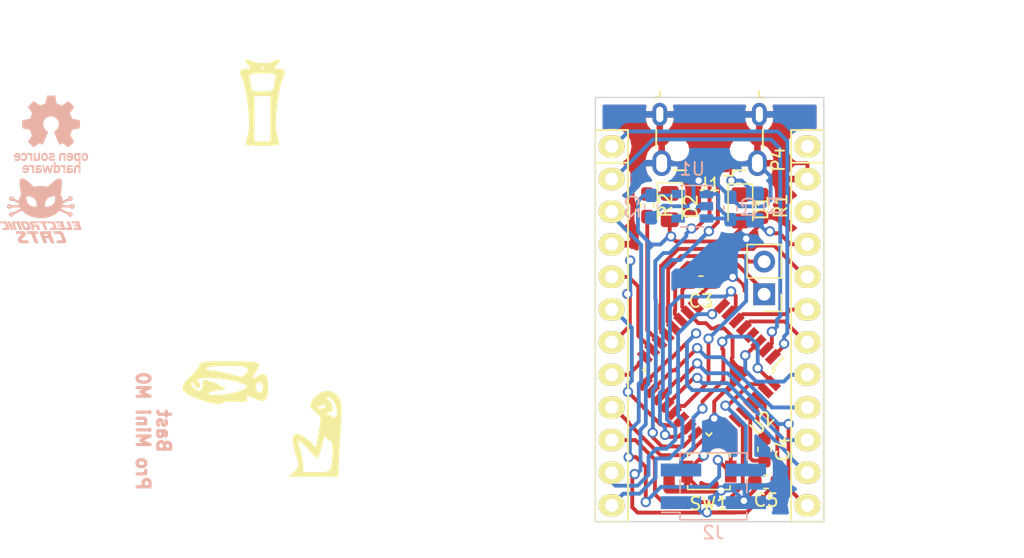
<source format=kicad_pcb>
(kicad_pcb (version 20171130) (host pcbnew "(5.0.0)")
  (title_block (date "sam. 04 avril 2015"))
  (layers (0 F.Cu signal) (31 B.Cu signal) (34 B.Paste user hide) (35 F.Paste user) (36 B.SilkS user) (37 F.SilkS user) (38 B.Mask user) (39 F.Mask user) (44 Edge.Cuts user))
  (net 0 "")
  (net 1 "/1(Tx)")
  (net 2 "/0(Rx)")
  (net 3 /Reset)
  (net 4 GND)
  (net 5 /2)
  (net 6 "/3(**)")
  (net 7 /4)
  (net 8 "/5(**)")
  (net 9 "/6(**)")
  (net 10 /7)
  (net 11 /8)
  (net 12 "/9(**)")
  (net 13 VCC)
  (net 14 /RAW)
  (net 15 /A3)
  (net 16 /A2)
  (net 17 /A1)
  (net 18 /A0)
  (net 19 "/13(SCK)")
  (net 20 "/12(MISO)")
  (net 21 "/11(**/MOSI)")
  (net 22 "/10(**/SS)")
  (net 23 +3V3)
  (net 24 "Net-(C3-Pad1)")
  (net 25 "Net-(C4-Pad1)")
  (net 26 "Net-(D1-Pad1)")
  (net 27 "Net-(D2-Pad1)")
  (net 28 "Net-(F1-Pad2)")
  (net 29 "Net-(J1-Pad4)")
  (net 30 /SWDIO)
  (net 31 /SWCLK)
  (net 32 /SDA)
  (net 33 /SCL)
  (net 34 /RESET)
  (net 35 /D-)
  (net 36 /D+)
  (net 37 /LED)
  (net 38 "Net-(U2-Pad4)")
  (module LOGO (layer F.Cu) (at 108.35 103.4)
    (fp_text reference G*** hide)
    (fp_text value LOGO hide)
  )
  (module LOGO (layer F.Cu) (at 111.25 81.7)
    (fp_text reference G*** hide)
    (fp_text value LOGO hide)
  )
  (module LOGO (layer F.Cu) (at 115.3 107.45)
    (fp_text reference G*** hide)
    (fp_text value LOGO hide)
  )
  (module Socket_Arduino_Pro_Mini:Socket_Strip_Arduino_1x12 (layer F.Cu) (at 138.43 85.09 270)
    (fp_text reference P1 hide)
    (fp_text value Digital)
    (pad 1 thru_hole oval (at 0 0 270) (size 1.7272 2.032) (drill 1.016) (layers *.Cu *.Mask F.SilkS) (net 1 "/1(Tx)"))
    (pad 2 thru_hole oval (at 2.54 0 270) (size 1.7272 2.032) (drill 1.016) (layers *.Cu *.Mask F.SilkS) (net 2 "/0(Rx)"))
    (pad 3 thru_hole oval (at 5.08 0 270) (size 1.7272 2.032) (drill 1.016) (layers *.Cu *.Mask F.SilkS) (net 34 /RESET))
    (pad 4 thru_hole oval (at 7.62 0 270) (size 1.7272 2.032) (drill 1.016) (layers *.Cu *.Mask F.SilkS) (net 4 GND))
    (pad 5 thru_hole oval (at 10.16 0 270) (size 1.7272 2.032) (drill 1.016) (layers *.Cu *.Mask F.SilkS) (net 5 /2))
    (pad 6 thru_hole oval (at 12.7 0 270) (size 1.7272 2.032) (drill 1.016) (layers *.Cu *.Mask F.SilkS) (net 6 "/3(**)"))
    (pad 7 thru_hole oval (at 15.24 0 270) (size 1.7272 2.032) (drill 1.016) (layers *.Cu *.Mask F.SilkS) (net 7 /4))
    (pad 8 thru_hole oval (at 17.78 0 270) (size 1.7272 2.032) (drill 1.016) (layers *.Cu *.Mask F.SilkS) (net 8 "/5(**)"))
    (pad 9 thru_hole oval (at 20.32 0 270) (size 1.7272 2.032) (drill 1.016) (layers *.Cu *.Mask F.SilkS) (net 9 "/6(**)"))
    (pad 10 thru_hole oval (at 22.86 0 270) (size 1.7272 2.032) (drill 1.016) (layers *.Cu *.Mask F.SilkS) (net 10 /7))
    (pad 11 thru_hole oval (at 25.4 0 270) (size 1.7272 2.032) (drill 1.016) (layers *.Cu *.Mask F.SilkS) (net 11 /8))
    (pad 12 thru_hole oval (at 27.94 0 270) (size 1.7272 2.032) (drill 1.016) (layers *.Cu *.Mask F.SilkS) (net 12 "/9(**)"))
  )
  (module Socket_Arduino_Pro_Mini:Socket_Strip_Arduino_1x12 (layer F.Cu) (at 153.67 85.09 270)
    (fp_text reference P4 (at 1.016 2.286 270) (layer F.SilkS))
    (fp_text value Analog)
    (pad 1 thru_hole oval (at 0 0 270) (size 1.7272 2.032) (drill 1.016) (layers *.Cu *.Mask F.SilkS) (net 14 /RAW))
    (pad 2 thru_hole oval (at 2.54 0 270) (size 1.7272 2.032) (drill 1.016) (layers *.Cu *.Mask F.SilkS) (net 4 GND))
    (pad 3 thru_hole oval (at 5.08 0 270) (size 1.7272 2.032) (drill 1.016) (layers *.Cu *.Mask F.SilkS) (net 3 /Reset))
    (pad 4 thru_hole oval (at 7.62 0 270) (size 1.7272 2.032) (drill 1.016) (layers *.Cu *.Mask F.SilkS) (net 13 VCC))
    (pad 5 thru_hole oval (at 10.16 0 270) (size 1.7272 2.032) (drill 1.016) (layers *.Cu *.Mask F.SilkS) (net 15 /A3))
    (pad 6 thru_hole oval (at 12.7 0 270) (size 1.7272 2.032) (drill 1.016) (layers *.Cu *.Mask F.SilkS) (net 16 /A2))
    (pad 7 thru_hole oval (at 15.24 0 270) (size 1.7272 2.032) (drill 1.016) (layers *.Cu *.Mask F.SilkS) (net 17 /A1))
    (pad 8 thru_hole oval (at 17.78 0 270) (size 1.7272 2.032) (drill 1.016) (layers *.Cu *.Mask F.SilkS) (net 18 /A0))
    (pad 9 thru_hole oval (at 20.32 0 270) (size 1.7272 2.032) (drill 1.016) (layers *.Cu *.Mask F.SilkS) (net 19 "/13(SCK)"))
    (pad 10 thru_hole oval (at 22.86 0 270) (size 1.7272 2.032) (drill 1.016) (layers *.Cu *.Mask F.SilkS) (net 20 "/12(MISO)"))
    (pad 11 thru_hole oval (at 25.4 0 270) (size 1.7272 2.032) (drill 1.016) (layers *.Cu *.Mask F.SilkS) (net 21 "/11(**/MOSI)"))
    (pad 12 thru_hole oval (at 27.94 0 270) (size 1.7272 2.032) (drill 1.016) (layers *.Cu *.Mask F.SilkS) (net 22 "/10(**/SS)"))
  )
  (module Fuse:Fuse_0805_2012Metric_Pad1.15x1.40mm_HandSolder (layer B.Cu) (at 149.578336 89.807959 90)
    (fp_text reference F1 (at 0 1.65 90) (layer B.SilkS) (effects (justify mirror)))
    (fp_text value 500mA)
    (pad 1 smd roundrect (at -1.025 0 90) (size 1.15 1.4) (layers B.Cu B.Paste B.Mask) (roundrect_rratio 0.217391) (net 13 VCC))
    (pad 2 smd roundrect (at 1.025 0 90) (size 1.15 1.4) (layers B.Cu B.Paste B.Mask) (roundrect_rratio 0.217391) (net 28 "Net-(F1-Pad2)"))
  )
  (module Connector_USB:USB_Micro-B_Wuerth_629105150521 (layer F.Cu) (at 146.05 84.55 180)
    (fp_text reference J1 (at 0 -3.5 180) (layer F.SilkS))
    (fp_text value USB_B_Micro)
    (pad 1 smd rect (at -1.3 -1.9 180) (size 0.45 1.3) (layers F.Cu F.Paste F.Mask) (net 28 "Net-(F1-Pad2)"))
    (pad 2 smd rect (at -0.65 -1.9 180) (size 0.45 1.3) (layers F.Cu F.Paste F.Mask) (net 35 /D-))
    (pad 3 smd rect (at 0 -1.9 180) (size 0.45 1.3) (layers F.Cu F.Paste F.Mask) (net 36 /D+))
    (pad 4 smd rect (at 0.65 -1.9 180) (size 0.45 1.3) (layers F.Cu F.Paste F.Mask) (net 29 "Net-(J1-Pad4)"))
    (pad 5 smd rect (at 1.3 -1.9 180) (size 0.45 1.3) (layers F.Cu F.Paste F.Mask) (net 4 GND))
    (pad 6 thru_hole oval (at -3.725 -1.85 180) (size 1.45 2) (drill oval 0.85 1.4) (layers *.Cu *.Mask) (net 4 GND))
    (pad 6 thru_hole oval (at 3.725 -1.85 180) (size 1.45 2) (drill oval 0.85 1.4) (layers *.Cu *.Mask) (net 4 GND))
    (pad 6 thru_hole oval (at -3.875 1.95 180) (size 1.15 1.8) (drill oval 0.55 1.2) (layers *.Cu *.Mask) (net 4 GND))
    (pad 6 thru_hole oval (at 3.875 1.95 180) (size 1.15 1.8) (drill oval 0.55 1.2) (layers *.Cu *.Mask) (net 4 GND))
    (pad "" np_thru_hole oval (at -2.5 -0.8 180) (size 0.8 0.8) (drill 0.8) (layers *.Cu *.Mask))
    (pad "" np_thru_hole oval (at 2.5 -0.8 180) (size 0.8 0.8) (drill 0.8) (layers *.Cu *.Mask))
  )
  (module Connector_PinHeader_2.54mm:PinHeader_1x02_P2.54mm_Vertical (layer F.Cu) (at 150.3 96.6 180)
    (fp_text reference P2 hide)
    (fp_text value ADC)
    (pad 1 thru_hole rect (at 0 0 180) (size 1.7 1.7) (drill 1) (layers *.Cu *.Mask) (net 32 /SDA))
    (pad 2 thru_hole oval (at 0 2.54 180) (size 1.7 1.7) (drill 1) (layers *.Cu *.Mask) (net 33 /SCL))
  )
  (module Button_Switch_SMD:SW_SPST_B3U-1000P-B (layer F.Cu) (at 146 110.4 180)
    (fp_text reference SW1 (at 0 -2.5 180) (layer F.SilkS))
    (fp_text value SW_DPST_x2)
    (pad 1 smd rect (at -1.7 0 180) (size 0.9 1.7) (layers F.Cu F.Paste F.Mask) (net 34 /RESET))
    (pad 2 smd rect (at 1.7 0 180) (size 0.9 1.7) (layers F.Cu F.Paste F.Mask) (net 4 GND))
    (pad "" np_thru_hole circle (at 0 0 180) (size 0.8 0.8) (drill 0.8) (layers *.Cu *.Mask))
  )
  (module Package_TO_SOT_SMD:SOT-23-5 (layer B.Cu) (at 144.7 89.75 180)
    (fp_text reference U1 (at 0 2.9 180) (layer B.SilkS) (effects (justify mirror)))
    (fp_text value AP2112K-3.3TRG1)
    (pad 1 smd rect (at -1.1 0.95 180) (size 1.06 0.65) (layers B.Cu B.Paste B.Mask) (net 13 VCC))
    (pad 2 smd rect (at -1.1 0 180) (size 1.06 0.65) (layers B.Cu B.Paste B.Mask) (net 4 GND))
    (pad 3 smd rect (at -1.1 -0.95 180) (size 1.06 0.65) (layers B.Cu B.Paste B.Mask) (net 13 VCC))
    (pad 4 smd rect (at 1.1 -0.95 180) (size 1.06 0.65) (layers B.Cu B.Paste B.Mask))
    (pad 5 smd rect (at 1.1 0.95 180) (size 1.06 0.65) (layers B.Cu B.Paste B.Mask) (net 23 +3V3))
  )
  (module Package_QFP:LQFP-32_7x7mm_P0.8mm (layer F.Cu) (at 146 102.5 225)
    (fp_text reference U2 (at 0 -5.85 225) (layer F.SilkS))
    (fp_text value ATSAMD21E18A-AF)
    (pad 1 smd rect (at -4.25 -2.8 225) (size 1.2 0.6) (layers F.Cu F.Paste F.Mask) (net 1 "/1(Tx)"))
    (pad 2 smd rect (at -4.25 -2 225) (size 1.2 0.6) (layers F.Cu F.Paste F.Mask) (net 2 "/0(Rx)"))
    (pad 3 smd rect (at -4.25 -1.2 225) (size 1.2 0.6) (layers F.Cu F.Paste F.Mask) (net 18 /A0))
    (pad 4 smd rect (at -4.25 -0.4 225) (size 1.2 0.6) (layers F.Cu F.Paste F.Mask) (net 38 "Net-(U2-Pad4)"))
    (pad 5 smd rect (at -4.25 0.4 225) (size 1.2 0.6) (layers F.Cu F.Paste F.Mask) (net 17 /A1))
    (pad 6 smd rect (at -4.25 1.2 225) (size 1.2 0.6) (layers F.Cu F.Paste F.Mask) (net 16 /A2))
    (pad 7 smd rect (at -4.25 2 225) (size 1.2 0.6) (layers F.Cu F.Paste F.Mask) (net 11 /8))
    (pad 8 smd rect (at -4.25 2.8 225) (size 1.2 0.6) (layers F.Cu F.Paste F.Mask) (net 12 "/9(**)"))
    (pad 9 smd rect (at -2.8 4.25 315) (size 1.2 0.6) (layers F.Cu F.Paste F.Mask) (net 24 "Net-(C3-Pad1)"))
    (pad 10 smd rect (at -2 4.25 315) (size 1.2 0.6) (layers F.Cu F.Paste F.Mask) (net 4 GND))
    (pad 11 smd rect (at -1.2 4.25 315) (size 1.2 0.6) (layers F.Cu F.Paste F.Mask) (net 32 /SDA))
    (pad 12 smd rect (at -0.4 4.25 315) (size 1.2 0.6) (layers F.Cu F.Paste F.Mask) (net 33 /SCL))
    (pad 13 smd rect (at 0.4 4.25 315) (size 1.2 0.6) (layers F.Cu F.Paste F.Mask) (net 15 /A3))
    (pad 14 smd rect (at 1.2 4.25 315) (size 1.2 0.6) (layers F.Cu F.Paste F.Mask) (net 37 /LED))
    (pad 15 smd rect (at 2 4.25 315) (size 1.2 0.6) (layers F.Cu F.Paste F.Mask) (net 5 /2))
    (pad 16 smd rect (at 2.8 4.25 315) (size 1.2 0.6) (layers F.Cu F.Paste F.Mask) (net 8 "/5(**)"))
    (pad 17 smd rect (at 4.25 2.8 225) (size 1.2 0.6) (layers F.Cu F.Paste F.Mask) (net 21 "/11(**/MOSI)"))
    (pad 18 smd rect (at 4.25 2 225) (size 1.2 0.6) (layers F.Cu F.Paste F.Mask) (net 19 "/13(SCK)"))
    (pad 19 smd rect (at 4.25 1.2 225) (size 1.2 0.6) (layers F.Cu F.Paste F.Mask) (net 22 "/10(**/SS)"))
    (pad 20 smd rect (at 4.25 0.4 225) (size 1.2 0.6) (layers F.Cu F.Paste F.Mask) (net 20 "/12(MISO)"))
    (pad 21 smd rect (at 4.25 -0.4 225) (size 1.2 0.6) (layers F.Cu F.Paste F.Mask) (net 7 /4))
    (pad 22 smd rect (at 4.25 -1.2 225) (size 1.2 0.6) (layers F.Cu F.Paste F.Mask) (net 6 "/3(**)"))
    (pad 23 smd rect (at 4.25 -2 225) (size 1.2 0.6) (layers F.Cu F.Paste F.Mask) (net 35 /D-))
    (pad 24 smd rect (at 4.25 -2.8 225) (size 1.2 0.6) (layers F.Cu F.Paste F.Mask) (net 36 /D+))
    (pad 25 smd rect (at 2.8 -4.25 315) (size 1.2 0.6) (layers F.Cu F.Paste F.Mask) (net 9 "/6(**)"))
    (pad 26 smd rect (at 2 -4.25 315) (size 1.2 0.6) (layers F.Cu F.Paste F.Mask) (net 34 /RESET))
    (pad 27 smd rect (at 1.2 -4.25 315) (size 1.2 0.6) (layers F.Cu F.Paste F.Mask) (net 10 /7))
    (pad 28 smd rect (at 0.4 -4.25 315) (size 1.2 0.6) (layers F.Cu F.Paste F.Mask) (net 4 GND))
    (pad 29 smd rect (at -0.4 -4.25 315) (size 1.2 0.6) (layers F.Cu F.Paste F.Mask) (net 25 "Net-(C4-Pad1)"))
    (pad 30 smd rect (at -1.2 -4.25 315) (size 1.2 0.6) (layers F.Cu F.Paste F.Mask) (net 23 +3V3))
    (pad 31 smd rect (at -2 -4.25 315) (size 1.2 0.6) (layers F.Cu F.Paste F.Mask) (net 31 /SWCLK))
    (pad 32 smd rect (at -2.8 -4.25 315) (size 1.2 0.6) (layers F.Cu F.Paste F.Mask) (net 30 /SWDIO))
  )
  (module Connector_PinHeader_2.54mm:PinHeader_2x02_P2.54mm_Vertical_SMD (layer B.Cu) (at 146.35 111.55)
    (fp_text reference J2 (at 0 3.6) (layer B.SilkS) (effects (justify mirror)))
    (fp_text value Conn_02x02_Odd_Even)
    (pad 1 smd rect (at -2.525 1.27) (size 3.15 1) (layers B.Cu B.Paste B.Mask) (net 23 +3V3))
    (pad 2 smd rect (at 2.525 1.27) (size 3.15 1) (layers B.Cu B.Paste B.Mask) (net 4 GND))
    (pad 3 smd rect (at -2.525 -1.27) (size 3.15 1) (layers B.Cu B.Paste B.Mask) (net 30 /SWDIO))
    (pad 4 smd rect (at 2.525 -1.27) (size 3.15 1) (layers B.Cu B.Paste B.Mask) (net 31 /SWCLK))
  )
  (module Aesthetics:electronic_cats_logo_4x3 (layer B.Cu) (at 94 90.1 180)
    (fp_text reference G*** hide)
    (fp_text value LOGO hide)
  )
  (module Symbols:OSHW-Logo_5.7x6mm_SilkScreen (layer B.Cu) (at 94.8 84.15 180)
    (fp_text reference REF*** hide)
    (fp_text value OSHW-Logo_5.7x6mm_SilkScreen hide)
  )
  (module Capacitor_SMD:C_0603_1608Metric_Pad1.05x0.95mm_HandSolder (layer B.Cu) (at 147.670336 89.921959 90)
    (fp_text reference C1 (at 0 1.43 90) (layer B.SilkS) (effects (justify mirror)))
    (fp_text value 1uF)
    (pad 1 smd roundrect (at -0.875 0 90) (size 1.05 0.95) (layers B.Cu B.Paste B.Mask) (net 13 VCC))
    (pad 2 smd roundrect (at 0.875 0 90) (size 1.05 0.95) (layers B.Cu B.Paste B.Mask) (net 4 GND))
  )
  (module Capacitor_SMD:C_0603_1608Metric_Pad1.05x0.95mm_HandSolder (layer B.Cu) (at 141.5 89.775 270)
    (fp_text reference C2 (at 0 1.43 270) (layer B.SilkS) (effects (justify mirror)))
    (fp_text value 2.2uF)
    (pad 1 smd roundrect (at -0.875 0 270) (size 1.05 0.95) (layers B.Cu B.Paste B.Mask) (net 23 +3V3))
    (pad 2 smd roundrect (at 0.875 0 270) (size 1.05 0.95) (layers B.Cu B.Paste B.Mask) (net 4 GND))
  )
  (module Capacitor_SMD:C_0603_1608Metric_Pad1.05x0.95mm_HandSolder (layer F.Cu) (at 145.375 95.7 180)
    (fp_text reference C3 (at 0 -1.43 180) (layer F.SilkS))
    (fp_text value 0.1uF)
    (pad 1 smd roundrect (at -0.875 0 180) (size 1.05 0.95) (layers F.Cu F.Paste F.Mask) (net 24 "Net-(C3-Pad1)"))
    (pad 2 smd roundrect (at 0.875 0 180) (size 1.05 0.95) (layers F.Cu F.Paste F.Mask) (net 4 GND))
  )
  (module Capacitor_SMD:C_0603_1608Metric_Pad1.05x0.95mm_HandSolder (layer F.Cu) (at 150.325 108.675 270)
    (fp_text reference C4 (at 0 -1.43 270) (layer F.SilkS))
    (fp_text value 0.1uF)
    (pad 2 smd roundrect (at 0.875 0 270) (size 1.05 0.95) (layers F.Cu F.Paste F.Mask) (net 4 GND))
    (pad 1 smd roundrect (at -0.875 0 270) (size 1.05 0.95) (layers F.Cu F.Paste F.Mask) (net 25 "Net-(C4-Pad1)"))
  )
  (module Capacitor_SMD:C_0603_1608Metric_Pad1.05x0.95mm_HandSolder (layer F.Cu) (at 150.45 111.2 180)
    (fp_text reference C5 (at 0 -1.43 180) (layer F.SilkS))
    (fp_text value 0.1uF)
    (pad 2 smd roundrect (at 0.875 0 180) (size 1.05 0.95) (layers F.Cu F.Paste F.Mask) (net 4 GND))
    (pad 1 smd roundrect (at -0.875 0 180) (size 1.05 0.95) (layers F.Cu F.Paste F.Mask) (net 23 +3V3))
  )
  (module LED_SMD:LED_0805_2012Metric_Pad1.15x1.40mm_HandSolder (layer F.Cu) (at 148.45 89.875 270)
    (fp_text reference D1 (at 0 -1.65 270) (layer F.SilkS))
    (fp_text value POWER)
    (pad 1 smd roundrect (at -1.025 0 270) (size 1.15 1.4) (layers F.Cu F.Paste F.Mask) (roundrect_rratio 0.217391) (net 26 "Net-(D1-Pad1)"))
    (pad 2 smd roundrect (at 1.025 0 270) (size 1.15 1.4) (layers F.Cu F.Paste F.Mask) (roundrect_rratio 0.217391) (net 23 +3V3))
  )
  (module LED_SMD:LED_0805_2012Metric_Pad1.15x1.40mm_HandSolder (layer F.Cu) (at 142.95 89.775 270)
    (fp_text reference D2 (at 0 -1.65 270) (layer F.SilkS))
    (fp_text value LED)
    (pad 2 smd roundrect (at 1.025 0 270) (size 1.15 1.4) (layers F.Cu F.Paste F.Mask) (roundrect_rratio 0.217391) (net 23 +3V3))
    (pad 1 smd roundrect (at -1.025 0 270) (size 1.15 1.4) (layers F.Cu F.Paste F.Mask) (roundrect_rratio 0.217391) (net 27 "Net-(D2-Pad1)"))
  )
  (module Resistor_SMD:R_0603_1608Metric_Pad1.05x0.95mm_HandSolder (layer F.Cu) (at 150.15 89.725 270)
    (fp_text reference R1 (at 0 -1.43 270) (layer F.SilkS))
    (fp_text value 330)
    (pad 1 smd roundrect (at -0.875 0 270) (size 1.05 0.95) (layers F.Cu F.Paste F.Mask) (net 26 "Net-(D1-Pad1)"))
    (pad 2 smd roundrect (at 0.875 0 270) (size 1.05 0.95) (layers F.Cu F.Paste F.Mask) (net 4 GND))
  )
  (module Resistor_SMD:R_0603_1608Metric_Pad1.05x0.95mm_HandSolder (layer F.Cu) (at 141.2 89.675 270)
    (fp_text reference R2 (at 0 -1.43 270) (layer F.SilkS))
    (fp_text value 330)
    (pad 2 smd roundrect (at 0.875 0 270) (size 1.05 0.95) (layers F.Cu F.Paste F.Mask) (net 37 /LED))
    (pad 1 smd roundrect (at -0.875 0 270) (size 1.05 0.95) (layers F.Cu F.Paste F.Mask) (net 27 "Net-(D2-Pad1)"))
  )
  (gr_text "Bast\nPro Mini M0" (at 102.75 107.25 270) (layer B.SilkS) (effects (font (size 1 1) (thickness 0.25)) (justify mirror)))
  (gr_line (start 154.94 114.3) (end 137.16 114.3) (angle 90) (layer Edge.Cuts) (width 0.1))
  (gr_line (start 154.94 81.28) (end 154.94 114.3) (angle 90) (layer Edge.Cuts) (width 0.1))
  (gr_line (start 137.16 81.28) (end 154.94 81.28) (angle 90) (layer Edge.Cuts) (width 0.1))
  (gr_line (start 137.16 114.3) (end 137.16 81.28) (angle 90) (layer Edge.Cuts) (width 0.1))
  (segment (start 138.43 85.09) (end 138.5824 85.09) (width 0.3) (layer B.Cu) (net 1))
  (segment (start 138.5824 85.09) (end 139.746 83.9264) (width 0.3) (layer B.Cu) (net 1))
  (segment (start 139.746 83.9264) (end 151.3514 83.9264) (width 0.3) (layer B.Cu) (net 1))
  (segment (start 151.3514 83.9264) (end 152.100011 84.675011) (width 0.3) (layer B.Cu) (net 1))
  (segment (start 152.100011 84.675011) (end 152.100011 99.605947) (width 0.3) (layer B.Cu) (net 1))
  (via (at 151.85 100.45) (size 0.8) (drill 0.5) (layers F.Cu B.Cu) (net 1))
  (segment (start 150.985103 101.474695) (end 151.85 100.609798) (width 0.3) (layer F.Cu) (net 1))
  (segment (start 151.85 100.609798) (end 151.85 100.45) (width 0.3) (layer F.Cu) (net 1))
  (segment (start 152.100011 99.634304) (end 152.100011 99.605947) (width 0.3) (layer B.Cu) (net 1))
  (segment (start 151.85 99.884315) (end 152.100011 99.634304) (width 0.3) (layer B.Cu) (net 1))
  (segment (start 151.85 100.45) (end 151.85 99.884315) (width 0.3) (layer B.Cu) (net 1))
  (segment (start 138.43 87.63) (end 138.5824 87.63) (width 0.3) (layer B.Cu) (net 2))
  (segment (start 150.824999 84.549999) (end 151.550001 85.275001) (width 0.3) (layer B.Cu) (net 2))
  (segment (start 151.550001 85.275001) (end 151.550001 98.320541) (width 0.3) (layer B.Cu) (net 2))
  (segment (start 141.662401 84.549999) (end 150.824999 84.549999) (width 0.3) (layer B.Cu) (net 2))
  (segment (start 138.5824 87.63) (end 141.662401 84.549999) (width 0.3) (layer B.Cu) (net 2))
  (via (at 150.9 99.516979) (size 0.8) (drill 0.5) (layers F.Cu B.Cu) (net 2))
  (segment (start 150.419417 100.90901) (end 150.9 100.428427) (width 0.3) (layer F.Cu) (net 2))
  (segment (start 150.9 100.428427) (end 150.9 99.516979) (width 0.3) (layer F.Cu) (net 2))
  (segment (start 151.299999 98.570543) (end 151.550001 98.320541) (width 0.3) (layer B.Cu) (net 2))
  (segment (start 151.299999 99.11698) (end 151.299999 98.570543) (width 0.3) (layer B.Cu) (net 2))
  (segment (start 150.9 99.516979) (end 151.299999 99.11698) (width 0.3) (layer B.Cu) (net 2))
  (segment (start 153.67 86.4664) (end 153.67 87.63) (width 0.3) (layer F.Cu) (net 4))
  (segment (start 153.6036 86.4) (end 153.67 86.4664) (width 0.3) (layer F.Cu) (net 4))
  (segment (start 142.175 82.6) (end 149.925 82.6) (width 0.3) (layer F.Cu) (net 4))
  (segment (start 150.8 87.425) (end 149.775 86.4) (width 0.3) (layer B.Cu) (net 4))
  (segment (start 150.8 89.255551) (end 150.8 87.425) (width 0.3) (layer B.Cu) (net 4))
  (segment (start 150.297582 89.757969) (end 150.8 89.255551) (width 0.3) (layer B.Cu) (net 4))
  (segment (start 148.381346 89.757969) (end 150.297582 89.757969) (width 0.3) (layer B.Cu) (net 4))
  (segment (start 147.670336 89.046959) (end 148.381346 89.757969) (width 0.3) (layer B.Cu) (net 4))
  (via (at 145.2 87.75) (size 0.8) (drill 0.5) (layers F.Cu B.Cu) (net 4))
  (segment (start 144.75 86.45) (end 144.75 87.3) (width 0.3) (layer F.Cu) (net 4))
  (segment (start 144.75 87.3) (end 145.2 87.75) (width 0.3) (layer F.Cu) (net 4))
  (segment (start 147.171264 88.547887) (end 147.670336 89.046959) (width 0.3) (layer B.Cu) (net 4))
  (segment (start 146.698376 88.074999) (end 147.171264 88.547887) (width 0.3) (layer B.Cu) (net 4))
  (segment (start 146.090684 88.074999) (end 146.698376 88.074999) (width 0.3) (layer B.Cu) (net 4))
  (segment (start 145.765685 87.75) (end 146.090684 88.074999) (width 0.3) (layer B.Cu) (net 4))
  (segment (start 145.2 87.75) (end 145.765685 87.75) (width 0.3) (layer B.Cu) (net 4))
  (segment (start 148.875 112.82) (end 149.95 112.82) (width 0.3) (layer B.Cu) (net 4))
  (segment (start 144.3 110.4) (end 144.3 110) (width 0.3) (layer F.Cu) (net 4))
  (via (at 146.95 111.875) (size 0.8) (drill 0.5) (layers F.Cu B.Cu) (net 4))
  (segment (start 145.375 111.875) (end 146.95 111.875) (width 0.3) (layer F.Cu) (net 4))
  (segment (start 144.3 110.4) (end 144.3 110.8) (width 0.3) (layer F.Cu) (net 4))
  (segment (start 144.3 110.8) (end 145.375 111.875) (width 0.3) (layer F.Cu) (net 4))
  (via (at 148.724314 112.669314) (size 0.8) (drill 0.5) (layers F.Cu B.Cu) (net 4))
  (segment (start 149.575 111.2) (end 149.575 111.818628) (width 0.3) (layer F.Cu) (net 4))
  (segment (start 149.575 111.818628) (end 148.724314 112.669314) (width 0.3) (layer F.Cu) (net 4))
  (segment (start 149.217335 106.283021) (end 149.217335 109.342335) (width 0.3) (layer F.Cu) (net 4))
  (segment (start 148.722361 105.788047) (end 149.217335 106.283021) (width 0.3) (layer F.Cu) (net 4))
  (segment (start 149.425 109.55) (end 150.325 109.55) (width 0.3) (layer F.Cu) (net 4))
  (segment (start 149.217335 109.342335) (end 149.425 109.55) (width 0.3) (layer F.Cu) (net 4))
  (segment (start 149.575 110.3) (end 150.325 109.55) (width 0.3) (layer F.Cu) (net 4))
  (segment (start 149.575 111.2) (end 149.575 110.3) (width 0.3) (layer F.Cu) (net 4))
  (segment (start 143.925044 96.274956) (end 144.000928 96.199072) (width 0.3) (layer F.Cu) (net 4))
  (segment (start 143.925044 97.596617) (end 143.925044 96.274956) (width 0.3) (layer F.Cu) (net 4))
  (segment (start 144.40901 98.080583) (end 143.925044 97.596617) (width 0.3) (layer F.Cu) (net 4))
  (segment (start 144.000928 96.199072) (end 144.5 95.7) (width 0.3) (layer F.Cu) (net 4))
  (segment (start 144.800001 88.149999) (end 145.2 87.75) (width 0.3) (layer B.Cu) (net 4))
  (segment (start 144.800001 89.580001) (end 144.800001 88.149999) (width 0.3) (layer B.Cu) (net 4))
  (segment (start 144.97 89.75) (end 144.800001 89.580001) (width 0.3) (layer B.Cu) (net 4))
  (segment (start 145.8 89.75) (end 144.97 89.75) (width 0.3) (layer B.Cu) (net 4))
  (segment (start 141.5 90.65) (end 142.4 89.75) (width 0.3) (layer B.Cu) (net 4))
  (via (at 144.75 89.75) (size 0.8) (drill 0.5) (layers F.Cu B.Cu) (net 4))
  (segment (start 145.8 89.75) (end 144.75 89.75) (width 0.3) (layer B.Cu) (net 4))
  (segment (start 142.4 89.75) (end 144.75 89.75) (width 0.3) (layer B.Cu) (net 4))
  (segment (start 142.375 86.45) (end 142.325 86.4) (width 0.3) (layer F.Cu) (net 4))
  (segment (start 144.75 86.45) (end 142.375 86.45) (width 0.3) (layer F.Cu) (net 4))
  (via (at 146.411876 106.272009) (size 0.8) (drill 0.5) (layers F.Cu B.Cu) (net 4))
  (via (at 145.6 109.15) (size 0.8) (drill 0.5) (layers F.Cu B.Cu) (net 4))
  (segment (start 146.411876 106.272009) (end 146.411876 108.338124) (width 0.3) (layer B.Cu) (net 4))
  (segment (start 146.411876 108.338124) (end 145.6 109.15) (width 0.3) (layer B.Cu) (net 4))
  (segment (start 145.55 109.15) (end 144.3 110.4) (width 0.3) (layer F.Cu) (net 4))
  (segment (start 145.6 109.15) (end 145.55 109.15) (width 0.3) (layer F.Cu) (net 4))
  (segment (start 148.724314 112.669314) (end 148.875 112.82) (width 0.3) (layer B.Cu) (net 4))
  (segment (start 147.93 111.875) (end 148.875 112.82) (width 0.3) (layer B.Cu) (net 4))
  (segment (start 146.95 111.875) (end 147.93 111.875) (width 0.3) (layer B.Cu) (net 4))
  (segment (start 146.411876 106.272009) (end 146.411876 104.954122) (width 0.3) (layer F.Cu) (net 4))
  (segment (start 146.411876 104.954122) (end 147.775 103.590998) (width 0.3) (layer F.Cu) (net 4))
  (via (at 147.85 95.25) (size 0.8) (drill 0.5) (layers F.Cu B.Cu) (net 4))
  (via (at 148.9 92.274989) (size 0.8) (drill 0.5) (layers F.Cu B.Cu) (net 4))
  (segment (start 148.900001 92.27499) (end 148.9 92.274989) (width 0.3) (layer B.Cu) (net 4))
  (segment (start 145.37501 94.82499) (end 147.42499 94.82499) (width 0.3) (layer F.Cu) (net 4))
  (segment (start 144.5 95.7) (end 145.37501 94.82499) (width 0.3) (layer F.Cu) (net 4))
  (segment (start 147.42499 94.82499) (end 147.85 95.25) (width 0.3) (layer F.Cu) (net 4))
  (segment (start 148.9 92.274989) (end 150.15 91.024989) (width 0.3) (layer F.Cu) (net 4))
  (segment (start 150.15 91.024989) (end 150.15 90.6) (width 0.3) (layer F.Cu) (net 4))
  (segment (start 147.839817 101.525183) (end 147.775 101.59) (width 0.3) (layer F.Cu) (net 4))
  (segment (start 147.185089 99.257459) (end 147.839817 99.912187) (width 0.3) (layer F.Cu) (net 4))
  (segment (start 146.173457 99.257459) (end 147.185089 99.257459) (width 0.3) (layer F.Cu) (net 4))
  (segment (start 145.765997 98.849999) (end 146.173457 99.257459) (width 0.3) (layer F.Cu) (net 4))
  (segment (start 145.178426 98.849999) (end 145.765997 98.849999) (width 0.3) (layer F.Cu) (net 4))
  (segment (start 144.40901 98.080583) (end 145.178426 98.849999) (width 0.3) (layer F.Cu) (net 4))
  (segment (start 147.839817 99.912187) (end 147.839817 101.525183) (width 0.3) (layer F.Cu) (net 4))
  (segment (start 147.775 103.590998) (end 147.775 101.59) (width 0.3) (layer F.Cu) (net 4))
  (segment (start 149.775 86.4) (end 153.6036 86.4) (width 0.3) (layer F.Cu) (net 4))
  (segment (start 139.746 92.71) (end 140.04 92.416) (width 0.3) (layer F.Cu) (net 4))
  (segment (start 138.43 92.71) (end 139.746 92.71) (width 0.3) (layer F.Cu) (net 4))
  (segment (start 140.04 92.416) (end 140.04 86.78) (width 0.3) (layer F.Cu) (net 4))
  (segment (start 141.3 86.4) (end 142.325 86.4) (width 0.3) (layer F.Cu) (net 4))
  (segment (start 140.42 86.4) (end 141.3 86.4) (width 0.3) (layer F.Cu) (net 4))
  (segment (start 140.04 86.78) (end 140.42 86.4) (width 0.3) (layer F.Cu) (net 4))
  (segment (start 140.5 99.828427) (end 140.5 96) (width 0.3) (layer F.Cu) (net 5))
  (segment (start 141.580583 100.90901) (end 140.5 99.828427) (width 0.3) (layer F.Cu) (net 5))
  (segment (start 139.75 95.25) (end 138.43 95.25) (width 0.3) (layer F.Cu) (net 5))
  (segment (start 140.5 96) (end 139.75 95.25) (width 0.3) (layer F.Cu) (net 5))
  (via (at 139.7 104.2) (size 0.8) (drill 0.5) (layers F.Cu B.Cu) (net 6))
  (segment (start 139.7 103.634315) (end 140 103.334315) (width 0.3) (layer B.Cu) (net 6))
  (segment (start 139.7 104.2) (end 139.7 103.634315) (width 0.3) (layer B.Cu) (net 6))
  (segment (start 138.5824 97.79) (end 138.43 97.79) (width 0.3) (layer B.Cu) (net 6))
  (segment (start 140 99.2076) (end 138.5824 97.79) (width 0.3) (layer B.Cu) (net 6))
  (segment (start 140 103.334315) (end 140 99.2076) (width 0.3) (layer B.Cu) (net 6))
  (segment (start 139.7 104.2) (end 142.245192 106.745192) (width 0.3) (layer F.Cu) (net 6))
  (segment (start 143.142641 106.824453) (end 143.049454 106.824453) (width 0.3) (layer F.Cu) (net 6))
  (segment (start 143.166894 106.848706) (end 143.142641 106.824453) (width 0.3) (layer F.Cu) (net 6))
  (segment (start 143.34835 106.848706) (end 143.166894 106.848706) (width 0.3) (layer F.Cu) (net 6))
  (segment (start 143.843324 106.353732) (end 143.34835 106.848706) (width 0.3) (layer F.Cu) (net 6))
  (segment (start 142.245192 106.745192) (end 143.049454 106.824453) (width 0.3) (layer F.Cu) (net 6))
  (segment (start 138.5824 100.33) (end 138.43 100.33) (width 0.3) (layer B.Cu) (net 7))
  (via (at 139.65 96.575) (size 0.8) (drill 0.5) (layers F.Cu B.Cu) (net 7))
  (segment (start 139.84601 96.77101) (end 139.65 96.575) (width 0.3) (layer F.Cu) (net 7))
  (segment (start 139.84601 99.06639) (end 139.84601 96.77101) (width 0.3) (layer F.Cu) (net 7))
  (segment (start 138.43 100.33) (end 138.5824 100.33) (width 0.3) (layer F.Cu) (net 7))
  (segment (start 138.5824 100.33) (end 139.84601 99.06639) (width 0.3) (layer F.Cu) (net 7))
  (via (at 139.875 93.975) (size 0.8) (drill 0.5) (layers F.Cu B.Cu) (net 7))
  (segment (start 139.65 96.575) (end 139.875 96.35) (width 0.3) (layer B.Cu) (net 7))
  (segment (start 139.875 96.35) (end 139.875 93.975) (width 0.3) (layer B.Cu) (net 7))
  (via (at 145.967719 100.05746) (size 0.8) (drill 0.5) (layers F.Cu B.Cu) (net 7))
  (segment (start 145.967719 100.05746) (end 148.9 97.125179) (width 0.3) (layer B.Cu) (net 7))
  (segment (start 148.9 95.05) (end 148.9 93.6) (width 0.3) (layer B.Cu) (net 7))
  (segment (start 148.9 95.05) (end 148.9 94.9) (width 0.3) (layer B.Cu) (net 7))
  (segment (start 148.9 97.125179) (end 148.9 95.05) (width 0.3) (layer B.Cu) (net 7))
  (segment (start 145.967719 103.420961) (end 145.967719 103.19) (width 0.3) (layer F.Cu) (net 7))
  (segment (start 144.095607 105.293073) (end 145.967719 103.420961) (width 0.3) (layer F.Cu) (net 7))
  (segment (start 143.772613 105.293073) (end 144.095607 105.293073) (width 0.3) (layer F.Cu) (net 7))
  (segment (start 143.277639 105.788047) (end 143.772613 105.293073) (width 0.3) (layer F.Cu) (net 7))
  (segment (start 145.967719 103.19) (end 145.967719 100.05746) (width 0.3) (layer F.Cu) (net 7))
  (segment (start 138.43 102.87) (end 138.5824 102.87) (width 0.3) (layer F.Cu) (net 8))
  (segment (start 138.85 102.45) (end 138.43 102.87) (width 0.3) (layer B.Cu) (net 8))
  (segment (start 139.746 102.87) (end 140.55 102.066) (width 0.3) (layer F.Cu) (net 8))
  (segment (start 138.43 102.87) (end 139.746 102.87) (width 0.3) (layer F.Cu) (net 8))
  (segment (start 140.55 101.939592) (end 141.014897 101.474695) (width 0.3) (layer F.Cu) (net 8))
  (segment (start 140.55 102.066) (end 140.55 101.939592) (width 0.3) (layer F.Cu) (net 8))
  (segment (start 139.746 106.5736) (end 138.5824 105.41) (width 0.3) (layer F.Cu) (net 9))
  (segment (start 139.746 106.643168) (end 139.746 106.5736) (width 0.3) (layer F.Cu) (net 9))
  (segment (start 138.5824 105.41) (end 138.43 105.41) (width 0.3) (layer F.Cu) (net 9))
  (segment (start 142.227832 109.125) (end 139.746 106.643168) (width 0.3) (layer F.Cu) (net 9))
  (segment (start 144.324764 109.125) (end 142.227832 109.125) (width 0.3) (layer F.Cu) (net 9))
  (segment (start 145.964661 107.485103) (end 144.324764 109.125) (width 0.3) (layer F.Cu) (net 9))
  (segment (start 147.025305 107.485103) (end 145.964661 107.485103) (width 0.3) (layer F.Cu) (net 9))
  (segment (start 140.275 107.95) (end 138.43 107.95) (width 0.3) (layer F.Cu) (net 10))
  (segment (start 141.8 109.475) (end 140.275 107.95) (width 0.3) (layer F.Cu) (net 10))
  (segment (start 148.156676 106.353732) (end 148.635974 106.83303) (width 0.3) (layer F.Cu) (net 10))
  (segment (start 148.635974 106.83303) (end 148.635974 111.484028) (width 0.3) (layer F.Cu) (net 10))
  (segment (start 148.635974 111.484028) (end 147.345002 112.775) (width 0.3) (layer F.Cu) (net 10))
  (segment (start 147.345002 112.775) (end 142.4 112.775) (width 0.3) (layer F.Cu) (net 10))
  (segment (start 142.4 112.775) (end 141.8 112.175) (width 0.3) (layer F.Cu) (net 10))
  (segment (start 141.8 112.175) (end 141.8 109.475) (width 0.3) (layer F.Cu) (net 10))
  (segment (start 147.59099 98.080583) (end 147.544417 98.080583) (width 0.3) (layer F.Cu) (net 11))
  (segment (start 142.965162 97.559838) (end 143.75 96.775) (width 0.3) (layer B.Cu) (net 11))
  (segment (start 142.738206 104.485264) (end 142.965162 104.258308) (width 0.3) (layer B.Cu) (net 11))
  (segment (start 142.738206 106.353691) (end 142.738206 104.485264) (width 0.3) (layer B.Cu) (net 11))
  (segment (start 143.384515 107) (end 142.738206 106.353691) (width 0.3) (layer B.Cu) (net 11))
  (segment (start 143.386193 107) (end 143.384515 107) (width 0.3) (layer B.Cu) (net 11))
  (segment (start 142.690388 108.624999) (end 143.386193 107.929194) (width 0.3) (layer B.Cu) (net 11))
  (segment (start 141.907168 108.624999) (end 142.690388 108.624999) (width 0.3) (layer B.Cu) (net 11))
  (segment (start 138.43 110.49) (end 138.43 111.205) (width 0.3) (layer B.Cu) (net 11))
  (segment (start 138.43 111.205) (end 138.725 111.5) (width 0.3) (layer B.Cu) (net 11))
  (segment (start 142.965162 104.258308) (end 142.965162 97.559838) (width 0.3) (layer B.Cu) (net 11))
  (segment (start 138.725 111.5) (end 140.45 111.5) (width 0.3) (layer B.Cu) (net 11))
  (segment (start 143.386193 107.929194) (end 143.386193 107) (width 0.3) (layer B.Cu) (net 11))
  (segment (start 140.45 111.5) (end 141.299988 110.650012) (width 0.3) (layer B.Cu) (net 11))
  (segment (start 141.299988 110.650012) (end 141.299989 109.232178) (width 0.3) (layer B.Cu) (net 11))
  (segment (start 141.299989 109.232178) (end 141.907168 108.624999) (width 0.3) (layer B.Cu) (net 11))
  (via (at 147.725 96.375) (size 0.8) (drill 0.5) (layers F.Cu B.Cu) (net 11))
  (segment (start 148.085964 96.735964) (end 147.725 96.375) (width 0.3) (layer F.Cu) (net 11))
  (segment (start 147.59099 98.080583) (end 148.085964 97.585609) (width 0.3) (layer F.Cu) (net 11))
  (segment (start 148.085964 97.585609) (end 148.085964 96.735964) (width 0.3) (layer F.Cu) (net 11))
  (segment (start 147.325 96.775) (end 145.6 96.775) (width 0.3) (layer B.Cu) (net 11))
  (segment (start 147.725 96.375) (end 147.325 96.775) (width 0.3) (layer B.Cu) (net 11))
  (segment (start 143.75 96.775) (end 145.6 96.775) (width 0.3) (layer B.Cu) (net 11))
  (segment (start 139.33499 112.12501) (end 140.602822 112.12501) (width 0.3) (layer B.Cu) (net 12))
  (segment (start 138.43 113.03) (end 139.33499 112.12501) (width 0.3) (layer B.Cu) (net 12))
  (segment (start 140.602822 112.12501) (end 141.849999 110.877833) (width 0.3) (layer B.Cu) (net 12))
  (segment (start 141.849999 110.877833) (end 141.849999 109.459999) (width 0.3) (layer B.Cu) (net 12))
  (segment (start 141.849999 109.459999) (end 141.929999 109.379999) (width 0.3) (layer B.Cu) (net 12))
  (segment (start 141.929999 109.379999) (end 142.920001 109.379999) (width 0.3) (layer B.Cu) (net 12))
  (via (at 146.25 98.15) (size 0.8) (drill 0.5) (layers F.Cu B.Cu) (net 12))
  (segment (start 147.025305 97.514897) (end 146.885103 97.514897) (width 0.3) (layer F.Cu) (net 12))
  (segment (start 146.885103 97.514897) (end 146.25 98.15) (width 0.3) (layer F.Cu) (net 12))
  (segment (start 145.1 98.15) (end 143.6 99.65) (width 0.3) (layer B.Cu) (net 12))
  (segment (start 146.25 98.15) (end 145.1 98.15) (width 0.3) (layer B.Cu) (net 12))
  (segment (start 143.6 99.65) (end 143.6 106.05) (width 0.3) (layer B.Cu) (net 12))
  (segment (start 143.936203 108.363797) (end 143.45 108.85) (width 0.3) (layer B.Cu) (net 12))
  (segment (start 143.936203 106.386203) (end 143.936203 108.363797) (width 0.3) (layer B.Cu) (net 12))
  (segment (start 143.6 106.05) (end 143.936203 106.386203) (width 0.3) (layer B.Cu) (net 12))
  (segment (start 142.920001 109.379999) (end 143.45 108.85) (width 0.3) (layer B.Cu) (net 12))
  (segment (start 149.542336 90.796959) (end 149.578336 90.832959) (width 0.3) (layer B.Cu) (net 13))
  (via (at 150.750001 91.7) (size 0.8) (drill 0.5) (layers F.Cu B.Cu) (net 13))
  (segment (start 151.494 91.85) (end 150.65 91.85) (width 0.3) (layer F.Cu) (net 13))
  (segment (start 153.67 92.71) (end 152.354 92.71) (width 0.3) (layer F.Cu) (net 13))
  (segment (start 152.354 92.71) (end 151.494 91.85) (width 0.3) (layer F.Cu) (net 13))
  (segment (start 150.445377 91.7) (end 149.578336 90.832959) (width 0.3) (layer B.Cu) (net 13))
  (segment (start 150.750001 91.7) (end 150.445377 91.7) (width 0.3) (layer B.Cu) (net 13))
  (segment (start 149.445377 90.7) (end 149.578336 90.832959) (width 0.3) (layer B.Cu) (net 13))
  (segment (start 145.8 90.7) (end 149.445377 90.7) (width 0.3) (layer B.Cu) (net 13))
  (segment (start 146.63 88.8) (end 145.8 88.8) (width 0.3) (layer B.Cu) (net 13))
  (segment (start 146.730001 88.900001) (end 146.63 88.8) (width 0.3) (layer B.Cu) (net 13))
  (segment (start 146.730001 89.856624) (end 146.730001 88.900001) (width 0.3) (layer B.Cu) (net 13))
  (segment (start 147.670336 90.796959) (end 146.730001 89.856624) (width 0.3) (layer B.Cu) (net 13))
  (segment (start 142.711953 99.777639) (end 142.216979 99.282665) (width 0.3) (layer F.Cu) (net 15))
  (segment (start 142.275011 97.352812) (end 142.275011 94.407156) (width 0.3) (layer F.Cu) (net 15))
  (segment (start 142.275011 94.407156) (end 143.607178 93.074989) (width 0.3) (layer F.Cu) (net 15))
  (segment (start 143.607178 93.074989) (end 149.435009 93.074989) (width 0.3) (layer F.Cu) (net 15))
  (segment (start 149.435009 93.074989) (end 149.699999 92.809999) (width 0.3) (layer F.Cu) (net 15))
  (segment (start 149.699999 92.809999) (end 151.077599 92.809999) (width 0.3) (layer F.Cu) (net 15))
  (segment (start 151.077599 92.809999) (end 153.5176 95.25) (width 0.3) (layer F.Cu) (net 15))
  (segment (start 153.5176 95.25) (end 153.67 95.25) (width 0.3) (layer F.Cu) (net 15))
  (segment (start 142.216979 99.282665) (end 142.216979 97.410844) (width 0.3) (layer F.Cu) (net 15))
  (segment (start 142.216979 97.410844) (end 142.275011 97.352812) (width 0.3) (layer F.Cu) (net 15))
  (segment (start 152.354 97.79) (end 153.67 97.79) (width 0.3) (layer F.Cu) (net 16))
  (segment (start 151.992706 98.151294) (end 152.354 97.79) (width 0.3) (layer F.Cu) (net 16))
  (segment (start 148.65165 98.151294) (end 151.992706 98.151294) (width 0.3) (layer F.Cu) (net 16))
  (segment (start 148.156676 98.646268) (end 148.65165 98.151294) (width 0.3) (layer F.Cu) (net 16))
  (segment (start 149.217335 98.716979) (end 148.722361 99.211953) (width 0.3) (layer F.Cu) (net 17))
  (segment (start 151.904579 98.716979) (end 149.217335 98.716979) (width 0.3) (layer F.Cu) (net 17))
  (segment (start 153.5176 100.33) (end 151.904579 98.716979) (width 0.3) (layer F.Cu) (net 17))
  (segment (start 153.67 100.33) (end 153.5176 100.33) (width 0.3) (layer F.Cu) (net 17))
  (via (at 148.828255 101.355583) (size 0.8) (drill 0.5) (layers F.Cu B.Cu) (net 18))
  (segment (start 148.841473 101.355583) (end 149.853732 100.343324) (width 0.3) (layer F.Cu) (net 18))
  (segment (start 148.828255 101.355583) (end 148.841473 101.355583) (width 0.3) (layer F.Cu) (net 18))
  (segment (start 151.824 103.4) (end 149.693521 103.4) (width 0.3) (layer B.Cu) (net 18))
  (segment (start 153.67 102.87) (end 152.354 102.87) (width 0.3) (layer B.Cu) (net 18))
  (segment (start 152.354 102.87) (end 151.824 103.4) (width 0.3) (layer B.Cu) (net 18))
  (segment (start 148.828255 102.534734) (end 148.828255 101.355583) (width 0.3) (layer B.Cu) (net 18))
  (segment (start 149.693521 103.4) (end 148.828255 102.534734) (width 0.3) (layer B.Cu) (net 18))
  (via (at 145.090674 100.790686) (size 0.8) (drill 0.5) (layers F.Cu B.Cu) (net 19))
  (segment (start 143.359787 102.521573) (end 145.090674 100.790686) (width 0.3) (layer F.Cu) (net 19))
  (segment (start 143.15 102.521573) (end 143.359787 102.521573) (width 0.3) (layer F.Cu) (net 19))
  (segment (start 141.580583 104.09099) (end 143.15 102.521573) (width 0.3) (layer F.Cu) (net 19))
  (segment (start 150.89349 105.41) (end 153.67 105.41) (width 0.3) (layer B.Cu) (net 19))
  (segment (start 150.89349 105.377799) (end 150.89349 105.41) (width 0.3) (layer B.Cu) (net 19))
  (segment (start 147.015685 101.499994) (end 150.89349 105.377799) (width 0.3) (layer B.Cu) (net 19))
  (segment (start 145.799982 101.499994) (end 147.015685 101.499994) (width 0.3) (layer B.Cu) (net 19))
  (segment (start 145.090674 100.790686) (end 145.799982 101.499994) (width 0.3) (layer B.Cu) (net 19))
  (segment (start 144.82031 103.114004) (end 145.090674 103.114004) (width 0.3) (layer F.Cu) (net 20))
  (segment (start 142.711953 105.222361) (end 144.82031 103.114004) (width 0.3) (layer F.Cu) (net 20))
  (via (at 145.090674 103.114004) (size 0.8) (drill 0.5) (layers F.Cu B.Cu) (net 20))
  (segment (start 152.354 107.95) (end 153.67 107.95) (width 0.3) (layer B.Cu) (net 20))
  (segment (start 151.87783 107.95) (end 152.354 107.95) (width 0.3) (layer B.Cu) (net 20))
  (segment (start 147.441833 103.514003) (end 151.87783 107.95) (width 0.3) (layer B.Cu) (net 20))
  (segment (start 145.490673 103.514003) (end 147.441833 103.514003) (width 0.3) (layer B.Cu) (net 20))
  (segment (start 145.090674 103.114004) (end 145.490673 103.514003) (width 0.3) (layer B.Cu) (net 20))
  (via (at 145 99.65) (size 0.8) (drill 0.5) (layers F.Cu B.Cu) (net 21))
  (segment (start 142.95 101.7) (end 145 99.65) (width 0.3) (layer F.Cu) (net 21))
  (segment (start 142.840202 101.7) (end 142.95 101.7) (width 0.3) (layer F.Cu) (net 21))
  (segment (start 141.014897 103.525305) (end 142.840202 101.7) (width 0.3) (layer F.Cu) (net 21))
  (segment (start 144.290674 100.359326) (end 145 99.65) (width 0.3) (layer B.Cu) (net 21))
  (segment (start 144.290674 103.65) (end 144.290674 100.359326) (width 0.3) (layer B.Cu) (net 21))
  (segment (start 153.67 110.49) (end 153.5176 110.49) (width 0.3) (layer B.Cu) (net 21))
  (segment (start 152.354 109.3264) (end 152.354 109.204) (width 0.3) (layer B.Cu) (net 21))
  (segment (start 153.5176 110.49) (end 152.354 109.3264) (width 0.3) (layer B.Cu) (net 21))
  (segment (start 152.354 109.204) (end 147.214013 104.064013) (width 0.3) (layer B.Cu) (net 21))
  (segment (start 147.214013 104.064013) (end 144.704687 104.064013) (width 0.3) (layer B.Cu) (net 21))
  (segment (start 144.704687 104.064013) (end 144.290674 103.65) (width 0.3) (layer B.Cu) (net 21))
  (via (at 152.2 106.7) (size 0.8) (drill 0.5) (layers F.Cu B.Cu) (net 22))
  (segment (start 153.5176 113.03) (end 153.67 113.03) (width 0.3) (layer F.Cu) (net 22))
  (segment (start 152.25001 111.76241) (end 153.5176 113.03) (width 0.3) (layer F.Cu) (net 22))
  (segment (start 152.25001 110.698434) (end 152.25001 111.76241) (width 0.3) (layer F.Cu) (net 22))
  (segment (start 152.2 110.648424) (end 152.25001 110.698434) (width 0.3) (layer F.Cu) (net 22))
  (segment (start 152.2 106.7) (end 152.2 110.648424) (width 0.3) (layer F.Cu) (net 22))
  (segment (start 152.2 106.7) (end 151.40566 106.7) (width 0.3) (layer B.Cu) (net 22))
  (via (at 145.090674 101.982633) (size 0.8) (drill 0.5) (layers F.Cu B.Cu) (net 22))
  (segment (start 143.770363 103.302944) (end 145.090674 101.982633) (width 0.3) (layer F.Cu) (net 22))
  (segment (start 143.5 103.302944) (end 143.770363 103.302944) (width 0.3) (layer F.Cu) (net 22))
  (segment (start 142.146268 104.656676) (end 143.5 103.302944) (width 0.3) (layer F.Cu) (net 22))
  (segment (start 151.40566 106.7) (end 147.45 102.74434) (width 0.3) (layer B.Cu) (net 22))
  (segment (start 145.852381 102.74434) (end 145.090674 101.982633) (width 0.3) (layer B.Cu) (net 22))
  (segment (start 147.45 102.74434) (end 145.852381 102.74434) (width 0.3) (layer B.Cu) (net 22))
  (segment (start 143.5 88.9) (end 143.6 88.8) (width 0.3) (layer B.Cu) (net 23))
  (segment (start 141.5 88.9) (end 143.5 88.9) (width 0.3) (layer B.Cu) (net 23))
  (segment (start 142.95 90.8) (end 142.95 91.05) (width 0.3) (layer F.Cu) (net 23))
  (segment (start 150.348706 105.15165) (end 149.853732 104.656676) (width 0.3) (layer F.Cu) (net 23))
  (segment (start 150.348706 105.932708) (end 150.348706 105.15165) (width 0.3) (layer F.Cu) (net 23))
  (segment (start 151.325 106.909002) (end 150.348706 105.932708) (width 0.3) (layer F.Cu) (net 23))
  (segment (start 151.325 111.2) (end 151.325 106.909002) (width 0.3) (layer F.Cu) (net 23))
  (via (at 143.05 92.1) (size 0.8) (drill 0.5) (layers F.Cu B.Cu) (net 23))
  (segment (start 142.95 90.8) (end 142.95 92) (width 0.3) (layer F.Cu) (net 23))
  (segment (start 142.95 92) (end 143.05 92.1) (width 0.3) (layer F.Cu) (net 23))
  (segment (start 140.033431 110.785183) (end 140.221812 110.596802) (width 0.3) (layer F.Cu) (net 23))
  (via (at 140.221812 110.596802) (size 0.8) (drill 0.5) (layers F.Cu B.Cu) (net 23))
  (via (at 145.85 113.57501) (size 0.8) (drill 0.5) (layers F.Cu B.Cu) (net 23))
  (segment (start 151.325 111.2) (end 148.94999 113.57501) (width 0.3) (layer F.Cu) (net 23))
  (segment (start 146.415685 113.57501) (end 145.85 113.57501) (width 0.3) (layer F.Cu) (net 23))
  (segment (start 145.42501 113.57501) (end 145.85 113.57501) (width 0.3) (layer B.Cu) (net 23))
  (segment (start 143.825 112.82) (end 144.67 112.82) (width 0.3) (layer B.Cu) (net 23))
  (segment (start 144.67 112.82) (end 145.42501 113.57501) (width 0.3) (layer B.Cu) (net 23))
  (segment (start 148.45 90.9) (end 148.45 91.525) (width 0.3) (layer F.Cu) (net 23))
  (segment (start 142.85 92.1) (end 143.05 92.1) (width 0.3) (layer B.Cu) (net 23))
  (segment (start 141.5 88.9) (end 140.925 88.9) (width 0.3) (layer B.Cu) (net 23))
  (segment (start 140.475 89.35) (end 140.475 91.7) (width 0.3) (layer B.Cu) (net 23))
  (segment (start 140.475 91.7) (end 141.5 92.725) (width 0.3) (layer B.Cu) (net 23))
  (segment (start 140.925 88.9) (end 140.475 89.35) (width 0.3) (layer B.Cu) (net 23))
  (segment (start 142.225 92.725) (end 142.85 92.1) (width 0.3) (layer B.Cu) (net 23))
  (segment (start 141.088176 103.801801) (end 141.274635 103.615342) (width 0.3) (layer B.Cu) (net 23))
  (segment (start 141.088176 106.727822) (end 141.088176 103.801801) (width 0.3) (layer B.Cu) (net 23))
  (segment (start 140.675 110.3) (end 140.675 107.140998) (width 0.3) (layer B.Cu) (net 23))
  (segment (start 140.675 107.140998) (end 141.088176 106.727822) (width 0.3) (layer B.Cu) (net 23))
  (segment (start 140.325 110.65) (end 140.675 110.3) (width 0.3) (layer B.Cu) (net 23))
  (segment (start 141.274635 92.499635) (end 140.475 91.7) (width 0.3) (layer B.Cu) (net 23))
  (segment (start 140.325 110.84717) (end 140.325 110.65) (width 0.3) (layer B.Cu) (net 23))
  (segment (start 148.1 113.57501) (end 148.077065 113.597945) (width 0.3) (layer F.Cu) (net 23))
  (segment (start 148.1 113.57501) (end 146.415685 113.57501) (width 0.3) (layer F.Cu) (net 23))
  (segment (start 148.94999 113.57501) (end 148.1 113.57501) (width 0.3) (layer F.Cu) (net 23))
  (segment (start 140.456376 113.597945) (end 140.033431 113.175) (width 0.3) (layer F.Cu) (net 23))
  (segment (start 140.675 113.597945) (end 140.456376 113.597945) (width 0.3) (layer F.Cu) (net 23))
  (segment (start 140.033431 113.175) (end 140.033431 110.785183) (width 0.3) (layer F.Cu) (net 23))
  (segment (start 148.077065 113.597945) (end 140.675 113.597945) (width 0.3) (layer F.Cu) (net 23))
  (segment (start 141.274635 93.100365) (end 141.65 92.725) (width 0.3) (layer B.Cu) (net 23))
  (segment (start 141.274635 93.25) (end 141.274635 93.100365) (width 0.3) (layer B.Cu) (net 23))
  (segment (start 141.65 92.725) (end 142.225 92.725) (width 0.3) (layer B.Cu) (net 23))
  (segment (start 141.5 92.725) (end 141.65 92.725) (width 0.3) (layer B.Cu) (net 23))
  (segment (start 141.274635 93.25) (end 141.274635 92.499635) (width 0.3) (layer B.Cu) (net 23))
  (segment (start 141.274635 103.615342) (end 141.274635 93.25) (width 0.3) (layer B.Cu) (net 23))
  (segment (start 147.484999 92.490001) (end 148.11 91.865) (width 0.3) (layer F.Cu) (net 23))
  (segment (start 143.440001 92.490001) (end 147.484999 92.490001) (width 0.3) (layer F.Cu) (net 23))
  (segment (start 143.05 92.1) (end 143.440001 92.490001) (width 0.3) (layer F.Cu) (net 23))
  (segment (start 148.45 91.525) (end 148.11 91.865) (width 0.3) (layer F.Cu) (net 23))
  (segment (start 148.11 91.865) (end 147.775 92.2) (width 0.3) (layer F.Cu) (net 23))
  (segment (start 144.974695 96.975305) (end 146.25 95.7) (width 0.3) (layer F.Cu) (net 24))
  (segment (start 144.974695 97.514897) (end 144.974695 96.975305) (width 0.3) (layer F.Cu) (net 24))
  (segment (start 149.783021 105.717335) (end 149.288047 105.222361) (width 0.3) (layer F.Cu) (net 25))
  (segment (start 149.783021 106.633021) (end 149.783021 105.717335) (width 0.3) (layer F.Cu) (net 25))
  (segment (start 150.325 107.175) (end 149.783021 106.633021) (width 0.3) (layer F.Cu) (net 25))
  (segment (start 150.325 107.8) (end 150.325 107.175) (width 0.3) (layer F.Cu) (net 25))
  (segment (start 150.15 88.85) (end 148.45 88.85) (width 0.3) (layer F.Cu) (net 26))
  (segment (start 141.25 88.75) (end 141.2 88.8) (width 0.3) (layer F.Cu) (net 27))
  (segment (start 142.95 88.75) (end 141.25 88.75) (width 0.3) (layer F.Cu) (net 27))
  (segment (start 149.578336 88.782959) (end 148.545377 87.75) (width 0.3) (layer B.Cu) (net 28))
  (via (at 147.75 87.75) (size 0.8) (drill 0.5) (layers F.Cu B.Cu) (net 28))
  (segment (start 148.545377 87.75) (end 147.75 87.75) (width 0.3) (layer B.Cu) (net 28))
  (segment (start 147.75 86.85) (end 147.35 86.45) (width 0.3) (layer F.Cu) (net 28))
  (segment (start 147.75 87.75) (end 147.75 86.85) (width 0.3) (layer F.Cu) (net 28))
  (segment (start 150.480331 103.030331) (end 149.8 102.35) (width 0.3) (layer F.Cu) (net 30))
  (segment (start 150.985103 103.525305) (end 150.490129 103.030331) (width 0.3) (layer F.Cu) (net 30))
  (segment (start 150.490129 103.030331) (end 150.480331 103.030331) (width 0.3) (layer F.Cu) (net 30))
  (via (at 149.8 102.35) (size 0.8) (drill 0.5) (layers F.Cu B.Cu) (net 30))
  (segment (start 149.8 100.55) (end 149.15 99.9) (width 0.3) (layer B.Cu) (net 30))
  (segment (start 149.8 102.35) (end 149.8 100.55) (width 0.3) (layer B.Cu) (net 30))
  (segment (start 143.825 109.48) (end 143.825 110.28) (width 0.3) (layer B.Cu) (net 30))
  (via (at 145.5 105.5) (size 0.8) (drill 0.5) (layers F.Cu B.Cu) (net 30))
  (segment (start 144.799999 108.505001) (end 144.325 108.98) (width 0.3) (layer B.Cu) (net 30))
  (segment (start 144.799999 106.200001) (end 144.799999 108.505001) (width 0.3) (layer B.Cu) (net 30))
  (segment (start 145.5 105.5) (end 144.799999 106.200001) (width 0.3) (layer B.Cu) (net 30))
  (segment (start 144.325 108.98) (end 143.825 109.48) (width 0.3) (layer B.Cu) (net 30))
  (segment (start 145.5 104.934315) (end 147.125 103.309315) (width 0.3) (layer F.Cu) (net 30))
  (segment (start 145.5 105.5) (end 145.5 104.934315) (width 0.3) (layer F.Cu) (net 30))
  (via (at 147.039816 100.296188) (size 0.8) (drill 0.5) (layers F.Cu B.Cu) (net 30))
  (segment (start 147.436004 99.9) (end 147.039816 100.296188) (width 0.3) (layer B.Cu) (net 30))
  (segment (start 148.175 99.9) (end 147.436004 99.9) (width 0.3) (layer B.Cu) (net 30))
  (segment (start 149.15 99.9) (end 148.175 99.9) (width 0.3) (layer B.Cu) (net 30))
  (segment (start 147.125 100.947057) (end 147.125 101.575) (width 0.3) (layer F.Cu) (net 30))
  (segment (start 147.039816 100.861873) (end 147.125 100.947057) (width 0.3) (layer F.Cu) (net 30))
  (segment (start 147.039816 100.296188) (end 147.039816 100.861873) (width 0.3) (layer F.Cu) (net 30))
  (segment (start 147.125 103.309315) (end 147.125 101.575) (width 0.3) (layer F.Cu) (net 30))
  (segment (start 147.8 110.28) (end 148.875 110.28) (width 0.3) (layer B.Cu) (net 31))
  (via (at 147.284314 105.265686) (size 0.8) (drill 0.5) (layers F.Cu B.Cu) (net 31))
  (segment (start 147.484309 105.265686) (end 147.284314 105.265686) (width 0.3) (layer F.Cu) (net 31))
  (segment (start 149.153979 103.596016) (end 147.484309 105.265686) (width 0.3) (layer F.Cu) (net 31))
  (segment (start 150.419417 104.09099) (end 149.924443 103.596016) (width 0.3) (layer F.Cu) (net 31))
  (segment (start 149.924443 103.596016) (end 149.153979 103.596016) (width 0.3) (layer F.Cu) (net 31))
  (segment (start 148.875 106.856372) (end 148.875 110.28) (width 0.3) (layer B.Cu) (net 31))
  (segment (start 147.284314 105.265686) (end 148.875 106.856372) (width 0.3) (layer B.Cu) (net 31))
  (segment (start 143.375033 95.124967) (end 144.324989 94.175011) (width 0.3) (layer F.Cu) (net 32))
  (segment (start 148.100011 94.175011) (end 150.3 96.375) (width 0.3) (layer F.Cu) (net 32))
  (segment (start 150.3 96.375) (end 150.3 96.6) (width 0.3) (layer F.Cu) (net 32))
  (segment (start 144.324989 94.175011) (end 148.100011 94.175011) (width 0.3) (layer F.Cu) (net 32))
  (segment (start 143.375033 97.808456) (end 143.375033 95.124967) (width 0.3) (layer F.Cu) (net 32))
  (segment (start 143.34835 98.151294) (end 143.34835 97.835139) (width 0.3) (layer F.Cu) (net 32))
  (segment (start 143.34835 97.835139) (end 143.375033 97.808456) (width 0.3) (layer F.Cu) (net 32))
  (segment (start 143.843324 98.646268) (end 143.34835 98.151294) (width 0.3) (layer F.Cu) (net 32))
  (segment (start 143.277639 99.211953) (end 142.782665 98.716979) (width 0.3) (layer F.Cu) (net 33))
  (segment (start 142.782665 97.622991) (end 142.825022 97.580634) (width 0.3) (layer F.Cu) (net 33))
  (segment (start 142.782665 98.716979) (end 142.782665 97.622991) (width 0.3) (layer F.Cu) (net 33))
  (segment (start 149.097919 94.06) (end 150.3 94.06) (width 0.3) (layer F.Cu) (net 33))
  (segment (start 142.825022 97.580634) (end 142.825022 94.634978) (width 0.3) (layer F.Cu) (net 33))
  (segment (start 142.825022 94.634978) (end 143.835 93.625) (width 0.3) (layer F.Cu) (net 33))
  (segment (start 148.662919 93.625) (end 149.097919 94.06) (width 0.3) (layer F.Cu) (net 33))
  (segment (start 143.835 93.625) (end 148.662919 93.625) (width 0.3) (layer F.Cu) (net 33))
  (segment (start 148.085964 107.414391) (end 147.59099 106.919417) (width 0.3) (layer F.Cu) (net 34))
  (segment (start 148.085964 108.864036) (end 148.085964 107.414391) (width 0.3) (layer F.Cu) (net 34))
  (segment (start 147.7 109.25) (end 148.085964 108.864036) (width 0.3) (layer F.Cu) (net 34))
  (segment (start 147.7 110.4) (end 147.7 109.25) (width 0.3) (layer F.Cu) (net 34))
  (via (at 146.7 109.5) (size 0.8) (drill 0.5) (layers F.Cu B.Cu) (net 34))
  (segment (start 147.7 110.4) (end 147.6 110.4) (width 0.3) (layer F.Cu) (net 34))
  (segment (start 147.6 110.4) (end 146.7 109.5) (width 0.3) (layer F.Cu) (net 34))
  (via (at 141.085545 112.772891) (size 0.8) (drill 0.5) (layers F.Cu B.Cu) (net 34))
  (segment (start 146.800001 109.600001) (end 146.800001 110.784001) (width 0.3) (layer B.Cu) (net 34))
  (segment (start 141.485544 112.372892) (end 141.085545 112.772891) (width 0.3) (layer B.Cu) (net 34))
  (segment (start 145.984002 111.6) (end 142.258436 111.6) (width 0.3) (layer B.Cu) (net 34))
  (segment (start 146.7 109.5) (end 146.800001 109.600001) (width 0.3) (layer B.Cu) (net 34))
  (segment (start 146.800001 110.784001) (end 145.984002 111.6) (width 0.3) (layer B.Cu) (net 34))
  (segment (start 142.258436 111.6) (end 141.485544 112.372892) (width 0.3) (layer B.Cu) (net 34))
  (via (at 139.75 109.275) (size 0.8) (drill 0.5) (layers F.Cu B.Cu) (net 34))
  (segment (start 140.315685 109.275) (end 141.085545 110.04486) (width 0.3) (layer F.Cu) (net 34))
  (segment (start 141.085545 112.207206) (end 141.085545 112.772891) (width 0.3) (layer F.Cu) (net 34))
  (segment (start 139.75 109.275) (end 140.315685 109.275) (width 0.3) (layer F.Cu) (net 34))
  (segment (start 141.085545 110.04486) (end 141.085545 112.207206) (width 0.3) (layer F.Cu) (net 34))
  (segment (start 138.43 90.455) (end 138.43 90.17) (width 0.3) (layer B.Cu) (net 34))
  (segment (start 140.724625 92.749625) (end 138.43 90.455) (width 0.3) (layer B.Cu) (net 34))
  (segment (start 140.724625 103.387521) (end 140.724625 92.749625) (width 0.3) (layer B.Cu) (net 34))
  (segment (start 140.538168 103.573978) (end 140.724625 103.387521) (width 0.3) (layer B.Cu) (net 34))
  (segment (start 140.538168 106.5) (end 140.538168 103.573978) (width 0.3) (layer B.Cu) (net 34))
  (segment (start 139.84601 107.192158) (end 140.538168 106.5) (width 0.3) (layer B.Cu) (net 34))
  (segment (start 139.84601 109.17899) (end 139.84601 107.192158) (width 0.3) (layer B.Cu) (net 34))
  (segment (start 139.75 109.275) (end 139.84601 109.17899) (width 0.3) (layer B.Cu) (net 34))
  (segment (start 144.40901 106.919417) (end 143.628427 107.7) (width 0.3) (layer F.Cu) (net 35))
  (segment (start 143.628427 107.7) (end 142.6 107.7) (width 0.3) (layer F.Cu) (net 35))
  (via (at 142.586192 107.545193) (size 0.8) (drill 0.5) (layers F.Cu B.Cu) (net 35))
  (segment (start 142.188196 104.257443) (end 142.415152 104.030487) (width 0.3) (layer B.Cu) (net 35))
  (segment (start 142.188196 106.581512) (end 142.188196 104.257443) (width 0.3) (layer B.Cu) (net 35))
  (segment (start 142.586192 106.979508) (end 142.188196 106.581512) (width 0.3) (layer B.Cu) (net 35))
  (segment (start 142.586192 107.545193) (end 142.586192 106.979508) (width 0.3) (layer B.Cu) (net 35))
  (via (at 146 91.69) (size 0.8) (drill 0.5) (layers F.Cu B.Cu) (net 35))
  (segment (start 146.7 90.99) (end 146 91.69) (width 0.3) (layer F.Cu) (net 35))
  (segment (start 146.7 86.45) (end 146.7 90.99) (width 0.3) (layer F.Cu) (net 35))
  (segment (start 146 91.69) (end 145.22 92.47) (width 0.3) (layer B.Cu) (net 35))
  (segment (start 145.76 91.93) (end 145.22 92.47) (width 0.3) (layer B.Cu) (net 35))
  (segment (start 143.74999 93.94001) (end 143.171823 93.94001) (width 0.3) (layer B.Cu) (net 35))
  (segment (start 146 91.69) (end 143.74999 93.94001) (width 0.3) (layer B.Cu) (net 35))
  (segment (start 143.08999 93.94001) (end 142.65 94.38) (width 0.3) (layer B.Cu) (net 35))
  (segment (start 143.171823 93.94001) (end 143.08999 93.94001) (width 0.3) (layer B.Cu) (net 35))
  (segment (start 142.415152 94.614848) (end 143.08999 93.94001) (width 0.3) (layer B.Cu) (net 35))
  (segment (start 142.415152 96.94) (end 142.415152 94.614848) (width 0.3) (layer B.Cu) (net 35))
  (segment (start 142.415152 104.030487) (end 142.415152 96.94) (width 0.3) (layer B.Cu) (net 35))
  (segment (start 144.974695 107.485103) (end 144.011081 108.448717) (width 0.3) (layer F.Cu) (net 36))
  (segment (start 141.625 107.734002) (end 141.625 107.398716) (width 0.3) (layer F.Cu) (net 36))
  (segment (start 142.339715 108.448717) (end 141.625 107.734002) (width 0.3) (layer F.Cu) (net 36))
  (segment (start 144.011081 108.448717) (end 142.339715 108.448717) (width 0.3) (layer F.Cu) (net 36))
  (segment (start 146.05 90.39) (end 146.05 90.425) (width 0.3) (layer F.Cu) (net 36))
  (segment (start 144.995 91.48) (end 144.64 91.48) (width 0.3) (layer F.Cu) (net 36))
  (segment (start 146.05 90.425) (end 144.995 91.48) (width 0.3) (layer F.Cu) (net 36))
  (segment (start 146.05 86.45) (end 146.05 90.39) (width 0.3) (layer F.Cu) (net 36))
  (via (at 144.64 91.48) (size 0.8) (drill 0.5) (layers F.Cu B.Cu) (net 36))
  (via (at 141.625 107.375) (size 0.8) (drill 0.5) (layers F.Cu B.Cu) (net 36))
  (segment (start 141.625 106.968829) (end 141.625 107.375) (width 0.3) (layer B.Cu) (net 36))
  (segment (start 141.638186 106.955643) (end 141.625 106.968829) (width 0.3) (layer B.Cu) (net 36))
  (segment (start 141.865142 103.802666) (end 141.638186 104.029622) (width 0.3) (layer B.Cu) (net 36))
  (segment (start 141.638186 104.029622) (end 141.638186 106.955643) (width 0.3) (layer B.Cu) (net 36))
  (segment (start 141.824645 96.999503) (end 141.865142 97.04) (width 0.3) (layer B.Cu) (net 36))
  (segment (start 141.865142 97.04) (end 141.865142 103.802666) (width 0.3) (layer B.Cu) (net 36))
  (segment (start 142.454645 93.39) (end 141.824645 94.02) (width 0.3) (layer B.Cu) (net 36))
  (segment (start 142.944002 93.39) (end 142.454645 93.39) (width 0.3) (layer B.Cu) (net 36))
  (segment (start 144.240001 91.879999) (end 144.240001 92.094001) (width 0.3) (layer B.Cu) (net 36))
  (segment (start 144.240001 92.094001) (end 142.944002 93.39) (width 0.3) (layer B.Cu) (net 36))
  (segment (start 144.64 91.48) (end 144.240001 91.879999) (width 0.3) (layer B.Cu) (net 36))
  (segment (start 141.824645 94.02) (end 141.824645 96.999503) (width 0.3) (layer B.Cu) (net 36))
  (segment (start 141.2 99.397056) (end 141.2 90.55) (width 0.3) (layer F.Cu) (net 37))
  (segment (start 142.146268 100.343324) (end 141.2 99.397056) (width 0.3) (layer F.Cu) (net 37))
  (zone (net 4) (net_name GND) (layer F.Cu) (connect_pads (clearance 0.508)) (min_thickness 0.254) (fill yes (arc_segments 16) (thermal_gap 0.508) (thermal_bridge_width 0.508))
    (polygon (pts (xy 137.2 114.3) (xy 154.9 114.3) (xy 154.9 81.3) (xy 137.15 81.3) (xy 137.15 113.3) (xy 137.15 114.3)))
  )
  (zone (net 4) (net_name GND) (layer B.Cu) (connect_pads (clearance 0.508)) (min_thickness 0.254) (fill yes (arc_segments 16) (thermal_gap 0.508) (thermal_bridge_width 0.508))
    (polygon (pts (xy 154.85 114.25) (xy 154.95 81.3) (xy 137.15 81.25) (xy 137.15 114.3)))
  )
)
</source>
